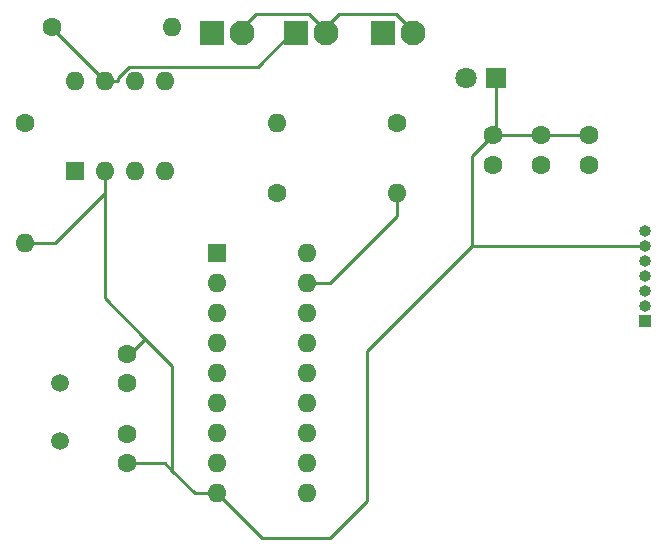
<source format=gbr>
%TF.GenerationSoftware,KiCad,Pcbnew,7.0.8*%
%TF.CreationDate,2023-10-19T16:09:30-04:00*%
%TF.ProjectId,CAN-Board-V1,43414e2d-426f-4617-9264-2d56312e6b69,rev?*%
%TF.SameCoordinates,Original*%
%TF.FileFunction,Copper,L2,Bot*%
%TF.FilePolarity,Positive*%
%FSLAX46Y46*%
G04 Gerber Fmt 4.6, Leading zero omitted, Abs format (unit mm)*
G04 Created by KiCad (PCBNEW 7.0.8) date 2023-10-19 16:09:30*
%MOMM*%
%LPD*%
G01*
G04 APERTURE LIST*
%TA.AperFunction,ComponentPad*%
%ADD10R,1.600000X1.600000*%
%TD*%
%TA.AperFunction,ComponentPad*%
%ADD11O,1.600000X1.600000*%
%TD*%
%TA.AperFunction,ComponentPad*%
%ADD12C,1.500000*%
%TD*%
%TA.AperFunction,ComponentPad*%
%ADD13C,1.600000*%
%TD*%
%TA.AperFunction,ComponentPad*%
%ADD14R,1.000000X1.000000*%
%TD*%
%TA.AperFunction,ComponentPad*%
%ADD15O,1.000000X1.000000*%
%TD*%
%TA.AperFunction,ComponentPad*%
%ADD16R,1.800000X1.800000*%
%TD*%
%TA.AperFunction,ComponentPad*%
%ADD17C,1.800000*%
%TD*%
%TA.AperFunction,ComponentPad*%
%ADD18R,2.100000X2.100000*%
%TD*%
%TA.AperFunction,ComponentPad*%
%ADD19C,2.100000*%
%TD*%
%TA.AperFunction,Conductor*%
%ADD20C,0.250000*%
%TD*%
G04 APERTURE END LIST*
D10*
%TO.P,U1,1,TXD*%
%TO.N,Net-(U1-TXD)*%
X89535000Y-53340000D03*
D11*
%TO.P,U1,2,VSS*%
%TO.N,Earth*%
X92075000Y-53340000D03*
%TO.P,U1,3,VDD*%
%TO.N,VCC*%
X94615000Y-53340000D03*
%TO.P,U1,4,RXD*%
%TO.N,Net-(U1-RXD)*%
X97155000Y-53340000D03*
%TO.P,U1,5,Vref*%
%TO.N,unconnected-(U1-Vref-Pad5)*%
X97155000Y-45720000D03*
%TO.P,U1,6,CANL*%
%TO.N,CANL*%
X94615000Y-45720000D03*
%TO.P,U1,7,CANH*%
%TO.N,CANH*%
X92075000Y-45720000D03*
%TO.P,U1,8,Rs*%
%TO.N,Net-(U1-Rs)*%
X89535000Y-45720000D03*
%TD*%
D10*
%TO.P,U2,1,TXCAN*%
%TO.N,Net-(U1-TXD)*%
X101600000Y-60325000D03*
D11*
%TO.P,U2,2,RXCAN*%
%TO.N,Net-(U1-RXD)*%
X101600000Y-62865000D03*
%TO.P,U2,3,CLKOUT/SOF*%
%TO.N,unconnected-(U2-CLKOUT{slash}SOF-Pad3)*%
X101600000Y-65405000D03*
%TO.P,U2,4,\u002ATX0RTS*%
%TO.N,unconnected-(U2-\u002ATX0RTS-Pad4)*%
X101600000Y-67945000D03*
%TO.P,U2,5,\u002ATX1RTS*%
%TO.N,unconnected-(U2-\u002ATX1RTS-Pad5)*%
X101600000Y-70485000D03*
%TO.P,U2,6,\u002ATX2RTS*%
%TO.N,unconnected-(U2-\u002ATX2RTS-Pad6)*%
X101600000Y-73025000D03*
%TO.P,U2,7,OSC2*%
%TO.N,Net-(U2-OSC2)*%
X101600000Y-75565000D03*
%TO.P,U2,8,OSC1*%
%TO.N,Net-(U2-OSC1)*%
X101600000Y-78105000D03*
%TO.P,U2,9,VSS*%
%TO.N,Earth*%
X101600000Y-80645000D03*
%TO.P,U2,10,\u002ARX1BF*%
%TO.N,unconnected-(U2-\u002ARX1BF-Pad10)*%
X109220000Y-80645000D03*
%TO.P,U2,11,\u002ARX0BF*%
%TO.N,unconnected-(U2-\u002ARX0BF-Pad11)*%
X109220000Y-78105000D03*
%TO.P,U2,12,\u002AINT*%
%TO.N,Net-(J1-Pin_1)*%
X109220000Y-75565000D03*
%TO.P,U2,13,SCK*%
%TO.N,Net-(J1-Pin_2)*%
X109220000Y-73025000D03*
%TO.P,U2,14,SI*%
%TO.N,Net-(J1-Pin_3)*%
X109220000Y-70485000D03*
%TO.P,U2,15,SO*%
%TO.N,Net-(J1-Pin_4)*%
X109220000Y-67945000D03*
%TO.P,U2,16,\u002ACS*%
%TO.N,Net-(J1-Pin_5)*%
X109220000Y-65405000D03*
%TO.P,U2,17,\u002ARESET*%
%TO.N,Net-(U2-\u002ARESET)*%
X109220000Y-62865000D03*
%TO.P,U2,18,VDD*%
%TO.N,VCC*%
X109220000Y-60325000D03*
%TD*%
D12*
%TO.P,Y1,1,1*%
%TO.N,Net-(U2-OSC1)*%
X88265000Y-76200000D03*
%TO.P,Y1,2,2*%
%TO.N,Net-(U2-OSC2)*%
X88265000Y-71320000D03*
%TD*%
D13*
%TO.P,C1,1*%
%TO.N,Earth*%
X93980000Y-68834000D03*
%TO.P,C1,2*%
%TO.N,Net-(U2-OSC2)*%
X93980000Y-71334000D03*
%TD*%
%TO.P,C2,1*%
%TO.N,Earth*%
X93980000Y-78105000D03*
%TO.P,C2,2*%
%TO.N,Net-(U2-OSC1)*%
X93980000Y-75605000D03*
%TD*%
%TO.P,R1,1*%
%TO.N,VCC*%
X106680000Y-55245000D03*
D11*
%TO.P,R1,2*%
%TO.N,Net-(U2-\u002ARESET)*%
X116840000Y-55245000D03*
%TD*%
D13*
%TO.P,R2,1*%
%TO.N,Net-(U1-Rs)*%
X85344000Y-49276000D03*
D11*
%TO.P,R2,2*%
%TO.N,Earth*%
X85344000Y-59436000D03*
%TD*%
D13*
%TO.P,R3,1*%
%TO.N,Net-(D1-A)*%
X116840000Y-49276000D03*
D11*
%TO.P,R3,2*%
%TO.N,VCC*%
X106680000Y-49276000D03*
%TD*%
D14*
%TO.P,J1,1,Pin_1*%
%TO.N,Net-(J1-Pin_1)*%
X137795000Y-66040000D03*
D15*
%TO.P,J1,2,Pin_2*%
%TO.N,Net-(J1-Pin_2)*%
X137795000Y-64770000D03*
%TO.P,J1,3,Pin_3*%
%TO.N,Net-(J1-Pin_3)*%
X137795000Y-63500000D03*
%TO.P,J1,4,Pin_4*%
%TO.N,Net-(J1-Pin_4)*%
X137795000Y-62230000D03*
%TO.P,J1,5,Pin_5*%
%TO.N,Net-(J1-Pin_5)*%
X137795000Y-60960000D03*
%TO.P,J1,6,Pin_6*%
%TO.N,Earth*%
X137795000Y-59690000D03*
%TO.P,J1,7,Pin_7*%
%TO.N,VCC*%
X137795000Y-58420000D03*
%TD*%
D16*
%TO.P,D1,1,K*%
%TO.N,Earth*%
X125222000Y-45466000D03*
D17*
%TO.P,D1,2,A*%
%TO.N,Net-(D1-A)*%
X122682000Y-45466000D03*
%TD*%
D13*
%TO.P,C3,1*%
%TO.N,VCC*%
X129032000Y-52832000D03*
%TO.P,C3,2*%
%TO.N,Earth*%
X129032000Y-50332000D03*
%TD*%
%TO.P,C4,1*%
%TO.N,VCC*%
X133096000Y-52832000D03*
%TO.P,C4,2*%
%TO.N,Earth*%
X133096000Y-50332000D03*
%TD*%
%TO.P,C5,1*%
%TO.N,VCC*%
X124968000Y-52832000D03*
%TO.P,C5,2*%
%TO.N,Earth*%
X124968000Y-50332000D03*
%TD*%
D18*
%TO.P,J2,1,Pin_1*%
%TO.N,Net-(J2-Pin_1)*%
X101142800Y-41656000D03*
D19*
%TO.P,J2,2,Pin_2*%
%TO.N,CANL*%
X103682800Y-41656000D03*
%TD*%
D18*
%TO.P,J3,1,Pin_1*%
%TO.N,CANH*%
X108254800Y-41656000D03*
D19*
%TO.P,J3,2,Pin_2*%
%TO.N,CANL*%
X110794800Y-41656000D03*
%TD*%
D18*
%TO.P,J4,1,Pin_1*%
%TO.N,CANH*%
X115620800Y-41656000D03*
D19*
%TO.P,J4,2,Pin_2*%
%TO.N,CANL*%
X118160800Y-41656000D03*
%TD*%
D13*
%TO.P,R4,1*%
%TO.N,CANH*%
X87630000Y-41148000D03*
D11*
%TO.P,R4,2*%
%TO.N,Net-(J2-Pin_1)*%
X97790000Y-41148000D03*
%TD*%
D20*
%TO.N,Net-(U2-\u002ARESET)*%
X116840000Y-55245000D02*
X116840000Y-57150000D01*
X111125000Y-62865000D02*
X109220000Y-62865000D01*
X116840000Y-57150000D02*
X111125000Y-62865000D01*
%TO.N,Earth*%
X123190000Y-59690000D02*
X114300000Y-68580000D01*
X92075000Y-53340000D02*
X92075000Y-55245000D01*
X123190000Y-59690000D02*
X137795000Y-59690000D01*
X97790000Y-69850000D02*
X97790000Y-78740000D01*
X125222000Y-45466000D02*
X125222000Y-50078000D01*
X93980000Y-68580000D02*
X94234000Y-68580000D01*
X94234000Y-68580000D02*
X93980000Y-68834000D01*
X85344000Y-59436000D02*
X87884000Y-59436000D01*
X92075000Y-55245000D02*
X92075000Y-64135000D01*
X99695000Y-80645000D02*
X97790000Y-78740000D01*
X93980000Y-78105000D02*
X97155000Y-78105000D01*
X97155000Y-78105000D02*
X97790000Y-78740000D01*
X94234000Y-68580000D02*
X94488000Y-68580000D01*
X124968000Y-50332000D02*
X129032000Y-50332000D01*
X123190000Y-52110000D02*
X123190000Y-59690000D01*
X105410000Y-84455000D02*
X101600000Y-80645000D01*
X114300000Y-81280000D02*
X111125000Y-84455000D01*
X94488000Y-68580000D02*
X95504000Y-67564000D01*
X101600000Y-80645000D02*
X99695000Y-80645000D01*
X114300000Y-68580000D02*
X114300000Y-81280000D01*
X129032000Y-50332000D02*
X133096000Y-50332000D01*
X92075000Y-64135000D02*
X95504000Y-67564000D01*
X124968000Y-50332000D02*
X123190000Y-52110000D01*
X87884000Y-59436000D02*
X92075000Y-55245000D01*
X125222000Y-50078000D02*
X124968000Y-50332000D01*
X95504000Y-67564000D02*
X97790000Y-69850000D01*
X111125000Y-84455000D02*
X105410000Y-84455000D01*
%TO.N,CANH*%
X108254800Y-41656000D02*
X108254900Y-41655900D01*
X93201900Y-45486500D02*
X93201900Y-45720000D01*
X108102000Y-41452800D02*
X108077000Y-41452800D01*
X108077000Y-41452800D02*
X105004000Y-44525800D01*
X87630000Y-41275000D02*
X87630000Y-41148000D01*
X108052000Y-41452800D02*
X108254900Y-41655900D01*
X92075000Y-45720000D02*
X93201900Y-45720000D01*
X108077000Y-41452800D02*
X108052000Y-41452800D01*
X92075000Y-45720000D02*
X87630000Y-41275000D01*
X105004000Y-44525800D02*
X94162600Y-44525800D01*
X94162600Y-44525800D02*
X93201900Y-45486500D01*
%TO.N,CANL*%
X110795000Y-41656000D02*
X110718500Y-41579600D01*
X110718500Y-41579600D02*
X110642000Y-41503200D01*
X118084500Y-41579600D02*
X118008000Y-41503200D01*
X103530000Y-41503200D02*
X103530000Y-41452800D01*
X110794800Y-41655900D02*
X110794800Y-41656000D01*
X118008000Y-41347400D02*
X116737000Y-40075900D01*
X118160800Y-41655900D02*
X118160800Y-41656000D01*
X104907000Y-40075900D02*
X109371000Y-40075900D01*
X118008000Y-41503200D02*
X118008000Y-41347400D01*
X110718500Y-41579600D02*
X110794800Y-41655900D01*
X118161000Y-41656000D02*
X118084500Y-41579600D01*
X111914000Y-40075900D02*
X110642000Y-41347400D01*
X118084500Y-41579600D02*
X118160800Y-41655900D01*
X103530000Y-41452800D02*
X104907000Y-40075900D01*
X109371000Y-40075900D02*
X110642000Y-41347400D01*
X116737000Y-40075900D02*
X111914000Y-40075900D01*
X103682900Y-41655900D02*
X103530000Y-41503200D01*
X103682800Y-41656000D02*
X103682900Y-41655900D01*
X110642000Y-41503200D02*
X110642000Y-41347400D01*
%TD*%
M02*

</source>
